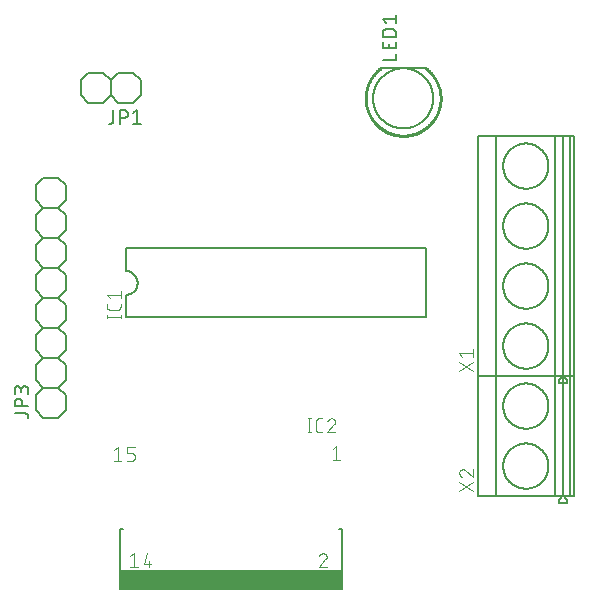
<source format=gbr>
G04 EAGLE Gerber X2 export*
%TF.Part,Single*%
%TF.FileFunction,Legend,Top,1*%
%TF.FilePolarity,Positive*%
%TF.GenerationSoftware,Autodesk,EAGLE,9.6.1*%
%TF.CreationDate,2020-04-14T06:35:51Z*%
G75*
%MOMM*%
%FSLAX34Y34*%
%LPD*%
%INSilkscreen Top*%
%AMOC8*
5,1,8,0,0,1.08239X$1,22.5*%
G01*
%ADD10C,0.152400*%
%ADD11C,0.101600*%
%ADD12R,18.950000X1.675000*%
%ADD13C,0.127000*%
%ADD14C,0.203200*%
%ADD15C,0.254000*%


D10*
X368300Y336310D02*
X114300Y336310D01*
X114300Y277890D02*
X368300Y277890D01*
X368300Y336310D01*
X114300Y336310D02*
X114300Y317260D01*
X114300Y296940D02*
X114300Y277890D01*
X114300Y296940D02*
X114547Y296943D01*
X114795Y296952D01*
X115042Y296967D01*
X115288Y296988D01*
X115534Y297015D01*
X115779Y297048D01*
X116024Y297087D01*
X116267Y297132D01*
X116509Y297183D01*
X116750Y297240D01*
X116989Y297302D01*
X117227Y297371D01*
X117463Y297445D01*
X117697Y297525D01*
X117929Y297610D01*
X118159Y297702D01*
X118387Y297798D01*
X118612Y297901D01*
X118835Y298008D01*
X119055Y298122D01*
X119272Y298240D01*
X119487Y298364D01*
X119698Y298493D01*
X119906Y298627D01*
X120111Y298766D01*
X120312Y298910D01*
X120510Y299058D01*
X120704Y299212D01*
X120894Y299370D01*
X121080Y299533D01*
X121262Y299700D01*
X121440Y299872D01*
X121614Y300048D01*
X121784Y300228D01*
X121949Y300413D01*
X122109Y300601D01*
X122265Y300793D01*
X122417Y300989D01*
X122563Y301188D01*
X122705Y301391D01*
X122841Y301598D01*
X122973Y301807D01*
X123099Y302020D01*
X123220Y302236D01*
X123336Y302454D01*
X123446Y302676D01*
X123551Y302900D01*
X123651Y303126D01*
X123745Y303355D01*
X123833Y303586D01*
X123916Y303820D01*
X123993Y304055D01*
X124064Y304292D01*
X124130Y304530D01*
X124189Y304770D01*
X124243Y305012D01*
X124291Y305255D01*
X124333Y305498D01*
X124369Y305743D01*
X124399Y305989D01*
X124423Y306235D01*
X124441Y306482D01*
X124453Y306729D01*
X124459Y306976D01*
X124459Y307224D01*
X124453Y307471D01*
X124441Y307718D01*
X124423Y307965D01*
X124399Y308211D01*
X124369Y308457D01*
X124333Y308702D01*
X124291Y308945D01*
X124243Y309188D01*
X124189Y309430D01*
X124130Y309670D01*
X124064Y309908D01*
X123993Y310145D01*
X123916Y310380D01*
X123833Y310614D01*
X123745Y310845D01*
X123651Y311074D01*
X123551Y311300D01*
X123446Y311524D01*
X123336Y311746D01*
X123220Y311964D01*
X123099Y312180D01*
X122973Y312393D01*
X122841Y312602D01*
X122705Y312809D01*
X122563Y313012D01*
X122417Y313211D01*
X122265Y313407D01*
X122109Y313599D01*
X121949Y313787D01*
X121784Y313972D01*
X121614Y314152D01*
X121440Y314328D01*
X121262Y314500D01*
X121080Y314667D01*
X120894Y314830D01*
X120704Y314988D01*
X120510Y315142D01*
X120312Y315290D01*
X120111Y315434D01*
X119906Y315573D01*
X119698Y315707D01*
X119487Y315836D01*
X119272Y315960D01*
X119055Y316078D01*
X118835Y316192D01*
X118612Y316299D01*
X118387Y316402D01*
X118159Y316498D01*
X117929Y316590D01*
X117697Y316675D01*
X117463Y316755D01*
X117227Y316829D01*
X116989Y316898D01*
X116750Y316960D01*
X116509Y317017D01*
X116267Y317068D01*
X116024Y317113D01*
X115779Y317152D01*
X115534Y317185D01*
X115288Y317212D01*
X115042Y317233D01*
X114795Y317248D01*
X114547Y317257D01*
X114300Y317260D01*
D11*
X109982Y278426D02*
X98298Y278426D01*
X109982Y277128D02*
X109982Y279724D01*
X98298Y279724D02*
X98298Y277128D01*
X109982Y286888D02*
X109982Y289484D01*
X109982Y286888D02*
X109980Y286789D01*
X109974Y286689D01*
X109965Y286590D01*
X109952Y286492D01*
X109935Y286394D01*
X109914Y286296D01*
X109889Y286200D01*
X109861Y286105D01*
X109829Y286011D01*
X109794Y285918D01*
X109755Y285826D01*
X109712Y285736D01*
X109667Y285648D01*
X109617Y285561D01*
X109565Y285477D01*
X109509Y285394D01*
X109451Y285314D01*
X109389Y285236D01*
X109324Y285161D01*
X109256Y285088D01*
X109186Y285018D01*
X109113Y284950D01*
X109038Y284885D01*
X108960Y284823D01*
X108880Y284765D01*
X108797Y284709D01*
X108713Y284657D01*
X108626Y284607D01*
X108538Y284562D01*
X108448Y284519D01*
X108356Y284480D01*
X108263Y284445D01*
X108169Y284413D01*
X108074Y284385D01*
X107978Y284360D01*
X107880Y284339D01*
X107782Y284322D01*
X107684Y284309D01*
X107585Y284300D01*
X107485Y284294D01*
X107386Y284292D01*
X107386Y284291D02*
X100894Y284291D01*
X100795Y284293D01*
X100695Y284299D01*
X100596Y284308D01*
X100498Y284321D01*
X100400Y284339D01*
X100302Y284359D01*
X100206Y284384D01*
X100110Y284412D01*
X100016Y284444D01*
X99923Y284479D01*
X99832Y284518D01*
X99742Y284561D01*
X99653Y284606D01*
X99567Y284656D01*
X99482Y284708D01*
X99400Y284764D01*
X99320Y284823D01*
X99242Y284884D01*
X99166Y284949D01*
X99093Y285017D01*
X99023Y285087D01*
X98955Y285160D01*
X98890Y285236D01*
X98829Y285314D01*
X98770Y285394D01*
X98714Y285476D01*
X98662Y285561D01*
X98613Y285647D01*
X98567Y285736D01*
X98524Y285826D01*
X98485Y285917D01*
X98450Y286010D01*
X98418Y286104D01*
X98390Y286200D01*
X98365Y286296D01*
X98345Y286394D01*
X98327Y286492D01*
X98314Y286590D01*
X98305Y286689D01*
X98299Y286788D01*
X98297Y286888D01*
X98298Y286888D02*
X98298Y289484D01*
X100894Y293850D02*
X98298Y297095D01*
X109982Y297095D01*
X109982Y293850D02*
X109982Y300341D01*
D10*
X294640Y98820D02*
X297180Y98820D01*
X111760Y98820D02*
X109220Y98820D01*
X297180Y98820D02*
X297180Y63260D01*
X109220Y63260D02*
X109220Y98820D01*
D11*
X289475Y166079D02*
X292720Y168675D01*
X292720Y156991D01*
X289475Y156991D02*
X295966Y156991D01*
X107440Y168083D02*
X104195Y165487D01*
X107440Y168083D02*
X107440Y156399D01*
X104195Y156399D02*
X110686Y156399D01*
X115625Y156399D02*
X119520Y156399D01*
X119619Y156401D01*
X119719Y156407D01*
X119818Y156416D01*
X119916Y156429D01*
X120014Y156446D01*
X120112Y156467D01*
X120208Y156492D01*
X120303Y156520D01*
X120397Y156552D01*
X120490Y156587D01*
X120582Y156626D01*
X120672Y156669D01*
X120760Y156714D01*
X120847Y156764D01*
X120931Y156816D01*
X121014Y156872D01*
X121094Y156930D01*
X121172Y156992D01*
X121247Y157057D01*
X121320Y157125D01*
X121390Y157195D01*
X121458Y157268D01*
X121523Y157343D01*
X121585Y157421D01*
X121643Y157501D01*
X121699Y157584D01*
X121751Y157668D01*
X121801Y157755D01*
X121846Y157843D01*
X121889Y157933D01*
X121928Y158025D01*
X121963Y158118D01*
X121995Y158212D01*
X122023Y158307D01*
X122048Y158403D01*
X122069Y158501D01*
X122086Y158599D01*
X122099Y158697D01*
X122108Y158796D01*
X122114Y158896D01*
X122116Y158995D01*
X122116Y160294D01*
X122114Y160393D01*
X122108Y160493D01*
X122099Y160592D01*
X122086Y160690D01*
X122069Y160788D01*
X122048Y160886D01*
X122023Y160982D01*
X121995Y161077D01*
X121963Y161171D01*
X121928Y161264D01*
X121889Y161356D01*
X121846Y161446D01*
X121801Y161534D01*
X121751Y161621D01*
X121699Y161705D01*
X121643Y161788D01*
X121585Y161868D01*
X121523Y161946D01*
X121458Y162021D01*
X121390Y162094D01*
X121320Y162164D01*
X121247Y162232D01*
X121172Y162297D01*
X121094Y162359D01*
X121014Y162417D01*
X120931Y162473D01*
X120847Y162525D01*
X120760Y162575D01*
X120672Y162620D01*
X120582Y162663D01*
X120490Y162702D01*
X120397Y162737D01*
X120303Y162769D01*
X120208Y162797D01*
X120112Y162822D01*
X120014Y162843D01*
X119916Y162860D01*
X119818Y162873D01*
X119719Y162882D01*
X119619Y162888D01*
X119520Y162890D01*
X115625Y162890D01*
X115625Y168083D01*
X122116Y168083D01*
X281536Y77992D02*
X281643Y77990D01*
X281749Y77984D01*
X281855Y77974D01*
X281961Y77961D01*
X282067Y77943D01*
X282171Y77922D01*
X282275Y77897D01*
X282378Y77868D01*
X282479Y77836D01*
X282579Y77799D01*
X282678Y77759D01*
X282776Y77716D01*
X282872Y77669D01*
X282966Y77618D01*
X283058Y77564D01*
X283148Y77507D01*
X283236Y77447D01*
X283321Y77383D01*
X283404Y77316D01*
X283485Y77246D01*
X283563Y77174D01*
X283639Y77098D01*
X283711Y77020D01*
X283781Y76939D01*
X283848Y76856D01*
X283912Y76771D01*
X283972Y76683D01*
X284029Y76593D01*
X284083Y76501D01*
X284134Y76407D01*
X284181Y76311D01*
X284224Y76213D01*
X284264Y76114D01*
X284301Y76014D01*
X284333Y75913D01*
X284362Y75810D01*
X284387Y75706D01*
X284408Y75602D01*
X284426Y75496D01*
X284439Y75390D01*
X284449Y75284D01*
X284455Y75178D01*
X284457Y75071D01*
X281536Y77992D02*
X281415Y77990D01*
X281294Y77984D01*
X281174Y77974D01*
X281053Y77961D01*
X280934Y77943D01*
X280814Y77922D01*
X280696Y77897D01*
X280579Y77868D01*
X280462Y77835D01*
X280347Y77799D01*
X280233Y77758D01*
X280120Y77715D01*
X280008Y77667D01*
X279899Y77616D01*
X279791Y77561D01*
X279684Y77503D01*
X279580Y77442D01*
X279478Y77377D01*
X279378Y77309D01*
X279280Y77238D01*
X279184Y77164D01*
X279091Y77087D01*
X279001Y77006D01*
X278913Y76923D01*
X278828Y76837D01*
X278745Y76748D01*
X278666Y76657D01*
X278589Y76563D01*
X278516Y76467D01*
X278446Y76369D01*
X278379Y76268D01*
X278315Y76165D01*
X278255Y76060D01*
X278198Y75953D01*
X278144Y75845D01*
X278094Y75735D01*
X278048Y75623D01*
X278005Y75510D01*
X277966Y75395D01*
X283484Y72799D02*
X283563Y72876D01*
X283639Y72957D01*
X283712Y73040D01*
X283782Y73125D01*
X283849Y73213D01*
X283913Y73303D01*
X283973Y73395D01*
X284030Y73490D01*
X284084Y73586D01*
X284135Y73684D01*
X284182Y73784D01*
X284226Y73886D01*
X284266Y73989D01*
X284302Y74093D01*
X284334Y74199D01*
X284363Y74305D01*
X284388Y74413D01*
X284410Y74521D01*
X284427Y74631D01*
X284441Y74740D01*
X284450Y74850D01*
X284456Y74961D01*
X284458Y75071D01*
X283483Y72799D02*
X277966Y66308D01*
X284457Y66308D01*
X121331Y77992D02*
X118086Y75396D01*
X121331Y77992D02*
X121331Y66308D01*
X118086Y66308D02*
X124577Y66308D01*
X129516Y68904D02*
X132112Y77992D01*
X129516Y68904D02*
X136007Y68904D01*
X134060Y71501D02*
X134060Y66308D01*
D12*
X203200Y55675D03*
D11*
X269677Y180608D02*
X269677Y192292D01*
X268379Y180608D02*
X270976Y180608D01*
X270976Y192292D02*
X268379Y192292D01*
X278139Y180608D02*
X280736Y180608D01*
X278139Y180608D02*
X278040Y180610D01*
X277940Y180616D01*
X277841Y180625D01*
X277743Y180638D01*
X277645Y180655D01*
X277547Y180676D01*
X277451Y180701D01*
X277356Y180729D01*
X277262Y180761D01*
X277169Y180796D01*
X277077Y180835D01*
X276987Y180878D01*
X276899Y180923D01*
X276812Y180973D01*
X276728Y181025D01*
X276645Y181081D01*
X276565Y181139D01*
X276487Y181201D01*
X276412Y181266D01*
X276339Y181334D01*
X276269Y181404D01*
X276201Y181477D01*
X276136Y181552D01*
X276074Y181630D01*
X276016Y181710D01*
X275960Y181793D01*
X275908Y181877D01*
X275858Y181964D01*
X275813Y182052D01*
X275770Y182142D01*
X275731Y182234D01*
X275696Y182327D01*
X275664Y182421D01*
X275636Y182516D01*
X275611Y182612D01*
X275590Y182710D01*
X275573Y182808D01*
X275560Y182906D01*
X275551Y183005D01*
X275545Y183105D01*
X275543Y183204D01*
X275543Y189696D01*
X275545Y189795D01*
X275551Y189895D01*
X275560Y189994D01*
X275573Y190092D01*
X275590Y190190D01*
X275611Y190288D01*
X275636Y190384D01*
X275664Y190479D01*
X275696Y190573D01*
X275731Y190666D01*
X275770Y190758D01*
X275813Y190848D01*
X275858Y190936D01*
X275908Y191023D01*
X275960Y191107D01*
X276016Y191190D01*
X276074Y191270D01*
X276136Y191348D01*
X276201Y191423D01*
X276269Y191496D01*
X276339Y191566D01*
X276412Y191634D01*
X276487Y191699D01*
X276565Y191761D01*
X276645Y191819D01*
X276728Y191875D01*
X276812Y191927D01*
X276899Y191977D01*
X276987Y192022D01*
X277077Y192065D01*
X277169Y192104D01*
X277261Y192139D01*
X277356Y192171D01*
X277451Y192199D01*
X277547Y192224D01*
X277645Y192245D01*
X277743Y192262D01*
X277841Y192275D01*
X277940Y192284D01*
X278040Y192290D01*
X278139Y192292D01*
X280736Y192292D01*
X288671Y192292D02*
X288778Y192290D01*
X288884Y192284D01*
X288990Y192274D01*
X289096Y192261D01*
X289202Y192243D01*
X289306Y192222D01*
X289410Y192197D01*
X289513Y192168D01*
X289614Y192136D01*
X289714Y192099D01*
X289813Y192059D01*
X289911Y192016D01*
X290007Y191969D01*
X290101Y191918D01*
X290193Y191864D01*
X290283Y191807D01*
X290371Y191747D01*
X290456Y191683D01*
X290539Y191616D01*
X290620Y191546D01*
X290698Y191474D01*
X290774Y191398D01*
X290846Y191320D01*
X290916Y191239D01*
X290983Y191156D01*
X291047Y191071D01*
X291107Y190983D01*
X291164Y190893D01*
X291218Y190801D01*
X291269Y190707D01*
X291316Y190611D01*
X291359Y190513D01*
X291399Y190414D01*
X291436Y190314D01*
X291468Y190213D01*
X291497Y190110D01*
X291522Y190006D01*
X291543Y189902D01*
X291561Y189796D01*
X291574Y189690D01*
X291584Y189584D01*
X291590Y189478D01*
X291592Y189371D01*
X288671Y192292D02*
X288550Y192290D01*
X288429Y192284D01*
X288309Y192274D01*
X288188Y192261D01*
X288069Y192243D01*
X287949Y192222D01*
X287831Y192197D01*
X287714Y192168D01*
X287597Y192135D01*
X287482Y192099D01*
X287368Y192058D01*
X287255Y192015D01*
X287143Y191967D01*
X287034Y191916D01*
X286926Y191861D01*
X286819Y191803D01*
X286715Y191742D01*
X286613Y191677D01*
X286513Y191609D01*
X286415Y191538D01*
X286319Y191464D01*
X286226Y191387D01*
X286136Y191306D01*
X286048Y191223D01*
X285963Y191137D01*
X285880Y191048D01*
X285801Y190957D01*
X285724Y190863D01*
X285651Y190767D01*
X285581Y190669D01*
X285514Y190568D01*
X285450Y190465D01*
X285390Y190360D01*
X285333Y190253D01*
X285279Y190145D01*
X285229Y190035D01*
X285183Y189923D01*
X285140Y189810D01*
X285101Y189695D01*
X290619Y187099D02*
X290698Y187176D01*
X290774Y187257D01*
X290847Y187340D01*
X290917Y187425D01*
X290984Y187513D01*
X291048Y187603D01*
X291108Y187695D01*
X291165Y187790D01*
X291219Y187886D01*
X291270Y187984D01*
X291317Y188084D01*
X291361Y188186D01*
X291401Y188289D01*
X291437Y188393D01*
X291469Y188499D01*
X291498Y188605D01*
X291523Y188713D01*
X291545Y188821D01*
X291562Y188931D01*
X291576Y189040D01*
X291585Y189150D01*
X291591Y189261D01*
X291593Y189371D01*
X290618Y187099D02*
X285101Y180608D01*
X291592Y180608D01*
D10*
X120650Y459500D02*
X107950Y459500D01*
X101600Y465850D01*
X101600Y478550D01*
X107950Y484900D01*
X127000Y478550D02*
X127000Y465850D01*
X120650Y459500D01*
X127000Y478550D02*
X120650Y484900D01*
X107950Y484900D01*
X101600Y465850D02*
X95250Y459500D01*
X82550Y459500D01*
X76200Y465850D01*
X76200Y478550D01*
X82550Y484900D01*
X95250Y484900D01*
X101600Y478550D01*
D13*
X103938Y453277D02*
X103938Y444387D01*
X103936Y444287D01*
X103930Y444188D01*
X103920Y444088D01*
X103907Y443990D01*
X103889Y443891D01*
X103868Y443794D01*
X103843Y443698D01*
X103814Y443602D01*
X103781Y443508D01*
X103745Y443415D01*
X103705Y443324D01*
X103661Y443234D01*
X103614Y443146D01*
X103564Y443060D01*
X103510Y442976D01*
X103453Y442894D01*
X103393Y442815D01*
X103329Y442737D01*
X103263Y442663D01*
X103194Y442591D01*
X103122Y442522D01*
X103048Y442456D01*
X102970Y442392D01*
X102891Y442332D01*
X102809Y442275D01*
X102725Y442221D01*
X102639Y442171D01*
X102551Y442124D01*
X102461Y442080D01*
X102370Y442040D01*
X102277Y442004D01*
X102183Y441971D01*
X102087Y441942D01*
X101991Y441917D01*
X101894Y441896D01*
X101795Y441878D01*
X101697Y441865D01*
X101597Y441855D01*
X101498Y441849D01*
X101398Y441847D01*
X100128Y441847D01*
X109919Y441847D02*
X109919Y453277D01*
X113094Y453277D01*
X113205Y453275D01*
X113315Y453269D01*
X113426Y453260D01*
X113536Y453246D01*
X113645Y453229D01*
X113754Y453208D01*
X113862Y453183D01*
X113969Y453154D01*
X114075Y453122D01*
X114180Y453086D01*
X114283Y453046D01*
X114385Y453003D01*
X114486Y452956D01*
X114585Y452905D01*
X114682Y452852D01*
X114776Y452795D01*
X114869Y452734D01*
X114960Y452671D01*
X115049Y452604D01*
X115135Y452534D01*
X115218Y452461D01*
X115300Y452386D01*
X115378Y452308D01*
X115453Y452226D01*
X115526Y452143D01*
X115596Y452057D01*
X115663Y451968D01*
X115726Y451877D01*
X115787Y451784D01*
X115844Y451689D01*
X115897Y451593D01*
X115948Y451494D01*
X115995Y451393D01*
X116038Y451291D01*
X116078Y451188D01*
X116114Y451083D01*
X116146Y450977D01*
X116175Y450870D01*
X116200Y450762D01*
X116221Y450653D01*
X116238Y450544D01*
X116252Y450434D01*
X116261Y450323D01*
X116267Y450213D01*
X116269Y450102D01*
X116267Y449991D01*
X116261Y449881D01*
X116252Y449770D01*
X116238Y449660D01*
X116221Y449551D01*
X116200Y449442D01*
X116175Y449334D01*
X116146Y449227D01*
X116114Y449121D01*
X116078Y449016D01*
X116038Y448913D01*
X115995Y448811D01*
X115948Y448710D01*
X115897Y448611D01*
X115844Y448514D01*
X115787Y448420D01*
X115726Y448327D01*
X115663Y448236D01*
X115596Y448147D01*
X115526Y448061D01*
X115453Y447978D01*
X115378Y447896D01*
X115300Y447818D01*
X115218Y447743D01*
X115135Y447670D01*
X115049Y447600D01*
X114960Y447533D01*
X114869Y447470D01*
X114776Y447409D01*
X114681Y447352D01*
X114585Y447299D01*
X114486Y447248D01*
X114385Y447201D01*
X114283Y447158D01*
X114180Y447118D01*
X114075Y447082D01*
X113969Y447050D01*
X113862Y447021D01*
X113754Y446996D01*
X113645Y446975D01*
X113536Y446958D01*
X113426Y446944D01*
X113315Y446935D01*
X113205Y446929D01*
X113094Y446927D01*
X109919Y446927D01*
X120777Y450737D02*
X123952Y453277D01*
X123952Y441847D01*
X120777Y441847D02*
X127127Y441847D01*
D10*
X38100Y364250D02*
X38100Y351550D01*
X38100Y364250D02*
X44450Y370600D01*
X57150Y370600D01*
X63500Y364250D01*
X38100Y326150D02*
X44450Y319800D01*
X38100Y326150D02*
X38100Y338850D01*
X44450Y345200D01*
X57150Y345200D01*
X63500Y338850D01*
X63500Y326150D01*
X57150Y319800D01*
X44450Y345200D02*
X38100Y351550D01*
X57150Y345200D02*
X63500Y351550D01*
X63500Y364250D01*
X38100Y288050D02*
X38100Y275350D01*
X38100Y288050D02*
X44450Y294400D01*
X57150Y294400D01*
X63500Y288050D01*
X44450Y294400D02*
X38100Y300750D01*
X38100Y313450D01*
X44450Y319800D01*
X57150Y319800D01*
X63500Y313450D01*
X63500Y300750D01*
X57150Y294400D01*
X38100Y249950D02*
X44450Y243600D01*
X38100Y249950D02*
X38100Y262650D01*
X44450Y269000D01*
X57150Y269000D01*
X63500Y262650D01*
X63500Y249950D01*
X57150Y243600D01*
X44450Y269000D02*
X38100Y275350D01*
X57150Y269000D02*
X63500Y275350D01*
X63500Y288050D01*
X38100Y211850D02*
X38100Y199150D01*
X38100Y211850D02*
X44450Y218200D01*
X57150Y218200D01*
X63500Y211850D01*
X44450Y218200D02*
X38100Y224550D01*
X38100Y237250D01*
X44450Y243600D01*
X57150Y243600D01*
X63500Y237250D01*
X63500Y224550D01*
X57150Y218200D01*
X57150Y192800D02*
X44450Y192800D01*
X38100Y199150D01*
X57150Y192800D02*
X63500Y199150D01*
X63500Y211850D01*
X38100Y376950D02*
X38100Y389650D01*
X44450Y396000D01*
X57150Y396000D01*
X63500Y389650D01*
X44450Y370600D02*
X38100Y376950D01*
X57150Y370600D02*
X63500Y376950D01*
X63500Y389650D01*
D13*
X29337Y196483D02*
X20447Y196483D01*
X29337Y196483D02*
X29437Y196481D01*
X29536Y196475D01*
X29636Y196465D01*
X29734Y196452D01*
X29833Y196434D01*
X29930Y196413D01*
X30026Y196388D01*
X30122Y196359D01*
X30216Y196326D01*
X30309Y196290D01*
X30400Y196250D01*
X30490Y196206D01*
X30578Y196159D01*
X30664Y196109D01*
X30748Y196055D01*
X30830Y195998D01*
X30909Y195938D01*
X30987Y195874D01*
X31061Y195808D01*
X31133Y195739D01*
X31202Y195667D01*
X31268Y195593D01*
X31332Y195515D01*
X31392Y195436D01*
X31449Y195354D01*
X31503Y195270D01*
X31553Y195184D01*
X31600Y195096D01*
X31644Y195006D01*
X31684Y194915D01*
X31720Y194822D01*
X31753Y194728D01*
X31782Y194632D01*
X31807Y194536D01*
X31828Y194439D01*
X31846Y194340D01*
X31859Y194242D01*
X31869Y194142D01*
X31875Y194043D01*
X31877Y193943D01*
X31877Y192673D01*
X31877Y202463D02*
X20447Y202463D01*
X20447Y205638D01*
X20449Y205749D01*
X20455Y205859D01*
X20464Y205970D01*
X20478Y206080D01*
X20495Y206189D01*
X20516Y206298D01*
X20541Y206406D01*
X20570Y206513D01*
X20602Y206619D01*
X20638Y206724D01*
X20678Y206827D01*
X20721Y206929D01*
X20768Y207030D01*
X20819Y207129D01*
X20872Y207226D01*
X20929Y207320D01*
X20990Y207413D01*
X21053Y207504D01*
X21120Y207593D01*
X21190Y207679D01*
X21263Y207762D01*
X21338Y207844D01*
X21416Y207922D01*
X21498Y207997D01*
X21581Y208070D01*
X21667Y208140D01*
X21756Y208207D01*
X21847Y208270D01*
X21940Y208331D01*
X22034Y208388D01*
X22131Y208441D01*
X22230Y208492D01*
X22331Y208539D01*
X22433Y208582D01*
X22536Y208622D01*
X22641Y208658D01*
X22747Y208690D01*
X22854Y208719D01*
X22962Y208744D01*
X23071Y208765D01*
X23180Y208782D01*
X23290Y208796D01*
X23401Y208805D01*
X23511Y208811D01*
X23622Y208813D01*
X23733Y208811D01*
X23843Y208805D01*
X23954Y208796D01*
X24064Y208782D01*
X24173Y208765D01*
X24282Y208744D01*
X24390Y208719D01*
X24497Y208690D01*
X24603Y208658D01*
X24708Y208622D01*
X24811Y208582D01*
X24913Y208539D01*
X25014Y208492D01*
X25113Y208441D01*
X25210Y208388D01*
X25304Y208331D01*
X25397Y208270D01*
X25488Y208207D01*
X25577Y208140D01*
X25663Y208070D01*
X25746Y207997D01*
X25828Y207922D01*
X25906Y207844D01*
X25981Y207762D01*
X26054Y207679D01*
X26124Y207593D01*
X26191Y207504D01*
X26254Y207413D01*
X26315Y207320D01*
X26372Y207226D01*
X26425Y207129D01*
X26476Y207030D01*
X26523Y206929D01*
X26566Y206827D01*
X26606Y206724D01*
X26642Y206619D01*
X26674Y206513D01*
X26703Y206406D01*
X26728Y206298D01*
X26749Y206189D01*
X26766Y206080D01*
X26780Y205970D01*
X26789Y205859D01*
X26795Y205749D01*
X26797Y205638D01*
X26797Y202463D01*
X31877Y213322D02*
X31877Y216497D01*
X31875Y216608D01*
X31869Y216718D01*
X31860Y216829D01*
X31846Y216939D01*
X31829Y217048D01*
X31808Y217157D01*
X31783Y217265D01*
X31754Y217372D01*
X31722Y217478D01*
X31686Y217583D01*
X31646Y217686D01*
X31603Y217788D01*
X31556Y217889D01*
X31505Y217988D01*
X31452Y218085D01*
X31395Y218179D01*
X31334Y218272D01*
X31271Y218363D01*
X31204Y218452D01*
X31134Y218538D01*
X31061Y218621D01*
X30986Y218703D01*
X30908Y218781D01*
X30826Y218856D01*
X30743Y218929D01*
X30657Y218999D01*
X30568Y219066D01*
X30477Y219129D01*
X30384Y219190D01*
X30290Y219247D01*
X30193Y219300D01*
X30094Y219351D01*
X29993Y219398D01*
X29891Y219441D01*
X29788Y219481D01*
X29683Y219517D01*
X29577Y219549D01*
X29470Y219578D01*
X29362Y219603D01*
X29253Y219624D01*
X29144Y219641D01*
X29034Y219655D01*
X28923Y219664D01*
X28813Y219670D01*
X28702Y219672D01*
X28591Y219670D01*
X28481Y219664D01*
X28370Y219655D01*
X28260Y219641D01*
X28151Y219624D01*
X28042Y219603D01*
X27934Y219578D01*
X27827Y219549D01*
X27721Y219517D01*
X27616Y219481D01*
X27513Y219441D01*
X27411Y219398D01*
X27310Y219351D01*
X27211Y219300D01*
X27114Y219247D01*
X27020Y219190D01*
X26927Y219129D01*
X26836Y219066D01*
X26747Y218999D01*
X26661Y218929D01*
X26578Y218856D01*
X26496Y218781D01*
X26418Y218703D01*
X26343Y218621D01*
X26270Y218538D01*
X26200Y218452D01*
X26133Y218363D01*
X26070Y218272D01*
X26009Y218179D01*
X25952Y218085D01*
X25899Y217988D01*
X25848Y217889D01*
X25801Y217788D01*
X25758Y217686D01*
X25718Y217583D01*
X25682Y217478D01*
X25650Y217372D01*
X25621Y217265D01*
X25596Y217157D01*
X25575Y217048D01*
X25558Y216939D01*
X25544Y216829D01*
X25535Y216718D01*
X25529Y216608D01*
X25527Y216497D01*
X20447Y217132D02*
X20447Y213322D01*
X20447Y217132D02*
X20449Y217232D01*
X20455Y217331D01*
X20465Y217431D01*
X20478Y217529D01*
X20496Y217628D01*
X20517Y217725D01*
X20542Y217821D01*
X20571Y217917D01*
X20604Y218011D01*
X20640Y218104D01*
X20680Y218195D01*
X20724Y218285D01*
X20771Y218373D01*
X20821Y218459D01*
X20875Y218543D01*
X20932Y218625D01*
X20992Y218704D01*
X21056Y218782D01*
X21122Y218856D01*
X21191Y218928D01*
X21263Y218997D01*
X21337Y219063D01*
X21415Y219127D01*
X21494Y219187D01*
X21576Y219244D01*
X21660Y219298D01*
X21746Y219348D01*
X21834Y219395D01*
X21924Y219439D01*
X22015Y219479D01*
X22108Y219515D01*
X22202Y219548D01*
X22298Y219577D01*
X22394Y219602D01*
X22491Y219623D01*
X22590Y219641D01*
X22688Y219654D01*
X22788Y219664D01*
X22887Y219670D01*
X22987Y219672D01*
X23087Y219670D01*
X23186Y219664D01*
X23286Y219654D01*
X23384Y219641D01*
X23483Y219623D01*
X23580Y219602D01*
X23676Y219577D01*
X23772Y219548D01*
X23866Y219515D01*
X23959Y219479D01*
X24050Y219439D01*
X24140Y219395D01*
X24228Y219348D01*
X24314Y219298D01*
X24398Y219244D01*
X24480Y219187D01*
X24559Y219127D01*
X24637Y219063D01*
X24711Y218997D01*
X24783Y218928D01*
X24852Y218856D01*
X24918Y218782D01*
X24982Y218704D01*
X25042Y218625D01*
X25099Y218543D01*
X25153Y218459D01*
X25203Y218373D01*
X25250Y218285D01*
X25294Y218195D01*
X25334Y218104D01*
X25370Y218011D01*
X25403Y217917D01*
X25432Y217821D01*
X25457Y217725D01*
X25478Y217628D01*
X25496Y217529D01*
X25509Y217431D01*
X25519Y217331D01*
X25525Y217232D01*
X25527Y217132D01*
X25527Y214592D01*
D14*
X330200Y488710D02*
X368300Y488710D01*
D15*
X368916Y488236D01*
X369521Y487747D01*
X370113Y487243D01*
X370693Y486725D01*
X371260Y486193D01*
X371814Y485647D01*
X372354Y485088D01*
X372880Y484515D01*
X373393Y483930D01*
X373890Y483333D01*
X374373Y482724D01*
X374841Y482103D01*
X375294Y481470D01*
X375731Y480827D01*
X376152Y480173D01*
X376556Y479509D01*
X376945Y478836D01*
X377317Y478153D01*
X377672Y477461D01*
X378010Y476761D01*
X378331Y476053D01*
X378634Y475337D01*
X378920Y474613D01*
X379188Y473884D01*
X379438Y473147D01*
X379669Y472405D01*
X379883Y471657D01*
X380078Y470905D01*
X380255Y470147D01*
X380413Y469386D01*
X380553Y468621D01*
X380673Y467853D01*
X380775Y467082D01*
X380858Y466309D01*
X380922Y465534D01*
X380967Y464758D01*
X380993Y463981D01*
X381000Y463203D01*
X380988Y462426D01*
X380957Y461649D01*
X380906Y460873D01*
X380837Y460098D01*
X380749Y459326D01*
X380642Y458556D01*
X380516Y457788D01*
X380372Y457024D01*
X380208Y456264D01*
X380026Y455508D01*
X379826Y454757D01*
X379608Y454010D01*
X379371Y453270D01*
X379116Y452535D01*
X378843Y451807D01*
X378552Y451086D01*
X378244Y450372D01*
X377919Y449666D01*
X377576Y448968D01*
X377216Y448278D01*
X376840Y447598D01*
X376447Y446927D01*
X376037Y446266D01*
X375612Y445615D01*
X375171Y444975D01*
X374714Y444346D01*
X374242Y443728D01*
X373755Y443122D01*
X373253Y442528D01*
X372737Y441946D01*
X372207Y441377D01*
X371663Y440822D01*
X371105Y440279D01*
X370535Y439751D01*
X369952Y439237D01*
X369356Y438737D01*
X368748Y438252D01*
X368129Y437782D01*
X367498Y437328D01*
X366856Y436889D01*
X366204Y436465D01*
X365541Y436058D01*
X364869Y435667D01*
X364187Y435293D01*
X363497Y434936D01*
X362798Y434596D01*
X362090Y434272D01*
X361376Y433967D01*
X360653Y433678D01*
X359924Y433408D01*
X359189Y433156D01*
X358447Y432921D01*
X357700Y432705D01*
X356948Y432507D01*
X356192Y432328D01*
X355431Y432167D01*
X354667Y432025D01*
X353899Y431902D01*
X353128Y431798D01*
X352355Y431712D01*
X351581Y431646D01*
X350805Y431598D01*
X350028Y431570D01*
X349250Y431560D01*
X348472Y431570D01*
X347695Y431598D01*
X346919Y431646D01*
X346145Y431712D01*
X345372Y431798D01*
X344601Y431902D01*
X343833Y432025D01*
X343069Y432167D01*
X342308Y432328D01*
X341552Y432507D01*
X340800Y432705D01*
X340053Y432921D01*
X339311Y433156D01*
X338576Y433408D01*
X337847Y433678D01*
X337124Y433967D01*
X336410Y434272D01*
X335702Y434596D01*
X335003Y434936D01*
X334313Y435293D01*
X333631Y435667D01*
X332959Y436058D01*
X332296Y436465D01*
X331644Y436889D01*
X331002Y437328D01*
X330371Y437782D01*
X329752Y438252D01*
X329144Y438737D01*
X328548Y439237D01*
X327965Y439751D01*
X327395Y440279D01*
X326837Y440822D01*
X326293Y441377D01*
X325763Y441946D01*
X325247Y442528D01*
X324745Y443122D01*
X324258Y443728D01*
X323786Y444346D01*
X323329Y444975D01*
X322888Y445615D01*
X322463Y446266D01*
X322053Y446927D01*
X321660Y447598D01*
X321284Y448278D01*
X320924Y448968D01*
X320581Y449666D01*
X320256Y450372D01*
X319948Y451086D01*
X319657Y451807D01*
X319384Y452535D01*
X319129Y453270D01*
X318892Y454010D01*
X318674Y454757D01*
X318474Y455508D01*
X318292Y456264D01*
X318128Y457024D01*
X317984Y457788D01*
X317858Y458556D01*
X317751Y459326D01*
X317663Y460098D01*
X317594Y460873D01*
X317543Y461649D01*
X317512Y462426D01*
X317500Y463203D01*
X317507Y463981D01*
X317533Y464758D01*
X317578Y465534D01*
X317642Y466309D01*
X317725Y467082D01*
X317827Y467853D01*
X317947Y468621D01*
X318087Y469386D01*
X318245Y470147D01*
X318422Y470905D01*
X318617Y471657D01*
X318831Y472405D01*
X319062Y473147D01*
X319312Y473884D01*
X319580Y474613D01*
X319866Y475337D01*
X320169Y476053D01*
X320490Y476761D01*
X320828Y477461D01*
X321183Y478153D01*
X321555Y478836D01*
X321944Y479509D01*
X322348Y480173D01*
X322769Y480827D01*
X323206Y481470D01*
X323659Y482103D01*
X324127Y482724D01*
X324610Y483333D01*
X325107Y483930D01*
X325620Y484515D01*
X326146Y485088D01*
X326686Y485647D01*
X327240Y486193D01*
X327807Y486725D01*
X328387Y487243D01*
X328979Y487747D01*
X329584Y488236D01*
X330200Y488710D01*
D10*
X323850Y463310D02*
X323858Y463933D01*
X323881Y464556D01*
X323919Y465179D01*
X323972Y465800D01*
X324041Y466419D01*
X324125Y467037D01*
X324224Y467652D01*
X324338Y468265D01*
X324467Y468875D01*
X324611Y469482D01*
X324770Y470085D01*
X324944Y470683D01*
X325132Y471278D01*
X325335Y471867D01*
X325552Y472451D01*
X325783Y473030D01*
X326029Y473603D01*
X326289Y474170D01*
X326562Y474730D01*
X326849Y475283D01*
X327150Y475830D01*
X327464Y476368D01*
X327791Y476899D01*
X328131Y477421D01*
X328483Y477936D01*
X328849Y478441D01*
X329226Y478937D01*
X329616Y479424D01*
X330017Y479901D01*
X330430Y480368D01*
X330854Y480824D01*
X331289Y481271D01*
X331736Y481706D01*
X332192Y482130D01*
X332659Y482543D01*
X333136Y482944D01*
X333623Y483334D01*
X334119Y483711D01*
X334624Y484077D01*
X335139Y484429D01*
X335661Y484769D01*
X336192Y485096D01*
X336730Y485410D01*
X337277Y485711D01*
X337830Y485998D01*
X338390Y486271D01*
X338957Y486531D01*
X339530Y486777D01*
X340109Y487008D01*
X340693Y487225D01*
X341282Y487428D01*
X341877Y487616D01*
X342475Y487790D01*
X343078Y487949D01*
X343685Y488093D01*
X344295Y488222D01*
X344908Y488336D01*
X345523Y488435D01*
X346141Y488519D01*
X346760Y488588D01*
X347381Y488641D01*
X348004Y488679D01*
X348627Y488702D01*
X349250Y488710D01*
X349873Y488702D01*
X350496Y488679D01*
X351119Y488641D01*
X351740Y488588D01*
X352359Y488519D01*
X352977Y488435D01*
X353592Y488336D01*
X354205Y488222D01*
X354815Y488093D01*
X355422Y487949D01*
X356025Y487790D01*
X356623Y487616D01*
X357218Y487428D01*
X357807Y487225D01*
X358391Y487008D01*
X358970Y486777D01*
X359543Y486531D01*
X360110Y486271D01*
X360670Y485998D01*
X361223Y485711D01*
X361770Y485410D01*
X362308Y485096D01*
X362839Y484769D01*
X363361Y484429D01*
X363876Y484077D01*
X364381Y483711D01*
X364877Y483334D01*
X365364Y482944D01*
X365841Y482543D01*
X366308Y482130D01*
X366764Y481706D01*
X367211Y481271D01*
X367646Y480824D01*
X368070Y480368D01*
X368483Y479901D01*
X368884Y479424D01*
X369274Y478937D01*
X369651Y478441D01*
X370017Y477936D01*
X370369Y477421D01*
X370709Y476899D01*
X371036Y476368D01*
X371350Y475830D01*
X371651Y475283D01*
X371938Y474730D01*
X372211Y474170D01*
X372471Y473603D01*
X372717Y473030D01*
X372948Y472451D01*
X373165Y471867D01*
X373368Y471278D01*
X373556Y470683D01*
X373730Y470085D01*
X373889Y469482D01*
X374033Y468875D01*
X374162Y468265D01*
X374276Y467652D01*
X374375Y467037D01*
X374459Y466419D01*
X374528Y465800D01*
X374581Y465179D01*
X374619Y464556D01*
X374642Y463933D01*
X374650Y463310D01*
X374642Y462687D01*
X374619Y462064D01*
X374581Y461441D01*
X374528Y460820D01*
X374459Y460201D01*
X374375Y459583D01*
X374276Y458968D01*
X374162Y458355D01*
X374033Y457745D01*
X373889Y457138D01*
X373730Y456535D01*
X373556Y455937D01*
X373368Y455342D01*
X373165Y454753D01*
X372948Y454169D01*
X372717Y453590D01*
X372471Y453017D01*
X372211Y452450D01*
X371938Y451890D01*
X371651Y451337D01*
X371350Y450790D01*
X371036Y450252D01*
X370709Y449721D01*
X370369Y449199D01*
X370017Y448684D01*
X369651Y448179D01*
X369274Y447683D01*
X368884Y447196D01*
X368483Y446719D01*
X368070Y446252D01*
X367646Y445796D01*
X367211Y445349D01*
X366764Y444914D01*
X366308Y444490D01*
X365841Y444077D01*
X365364Y443676D01*
X364877Y443286D01*
X364381Y442909D01*
X363876Y442543D01*
X363361Y442191D01*
X362839Y441851D01*
X362308Y441524D01*
X361770Y441210D01*
X361223Y440909D01*
X360670Y440622D01*
X360110Y440349D01*
X359543Y440089D01*
X358970Y439843D01*
X358391Y439612D01*
X357807Y439395D01*
X357218Y439192D01*
X356623Y439004D01*
X356025Y438830D01*
X355422Y438671D01*
X354815Y438527D01*
X354205Y438398D01*
X353592Y438284D01*
X352977Y438185D01*
X352359Y438101D01*
X351740Y438032D01*
X351119Y437979D01*
X350496Y437941D01*
X349873Y437918D01*
X349250Y437910D01*
X348627Y437918D01*
X348004Y437941D01*
X347381Y437979D01*
X346760Y438032D01*
X346141Y438101D01*
X345523Y438185D01*
X344908Y438284D01*
X344295Y438398D01*
X343685Y438527D01*
X343078Y438671D01*
X342475Y438830D01*
X341877Y439004D01*
X341282Y439192D01*
X340693Y439395D01*
X340109Y439612D01*
X339530Y439843D01*
X338957Y440089D01*
X338390Y440349D01*
X337830Y440622D01*
X337277Y440909D01*
X336730Y441210D01*
X336192Y441524D01*
X335661Y441851D01*
X335139Y442191D01*
X334624Y442543D01*
X334119Y442909D01*
X333623Y443286D01*
X333136Y443676D01*
X332659Y444077D01*
X332192Y444490D01*
X331736Y444914D01*
X331289Y445349D01*
X330854Y445796D01*
X330430Y446252D01*
X330017Y446719D01*
X329616Y447196D01*
X329226Y447683D01*
X328849Y448179D01*
X328483Y448684D01*
X328131Y449199D01*
X327791Y449721D01*
X327464Y450252D01*
X327150Y450790D01*
X326849Y451337D01*
X326562Y451890D01*
X326289Y452450D01*
X326029Y453017D01*
X325783Y453590D01*
X325552Y454169D01*
X325335Y454753D01*
X325132Y455342D01*
X324944Y455937D01*
X324770Y456535D01*
X324611Y457138D01*
X324467Y457745D01*
X324338Y458355D01*
X324224Y458968D01*
X324125Y459583D01*
X324041Y460201D01*
X323972Y460820D01*
X323919Y461441D01*
X323881Y462064D01*
X323858Y462687D01*
X323850Y463310D01*
D13*
X331851Y495695D02*
X343281Y495695D01*
X343281Y500775D01*
X343281Y505601D02*
X343281Y510681D01*
X343281Y505601D02*
X331851Y505601D01*
X331851Y510681D01*
X336931Y509411D02*
X336931Y505601D01*
X331851Y515482D02*
X343281Y515482D01*
X331851Y515482D02*
X331851Y518657D01*
X331853Y518768D01*
X331859Y518878D01*
X331868Y518989D01*
X331882Y519099D01*
X331899Y519208D01*
X331920Y519317D01*
X331945Y519425D01*
X331974Y519532D01*
X332006Y519638D01*
X332042Y519743D01*
X332082Y519846D01*
X332125Y519948D01*
X332172Y520049D01*
X332223Y520148D01*
X332276Y520245D01*
X332333Y520339D01*
X332394Y520432D01*
X332457Y520523D01*
X332524Y520612D01*
X332594Y520698D01*
X332667Y520781D01*
X332742Y520863D01*
X332820Y520941D01*
X332902Y521016D01*
X332985Y521089D01*
X333071Y521159D01*
X333160Y521226D01*
X333251Y521289D01*
X333344Y521350D01*
X333439Y521407D01*
X333535Y521460D01*
X333634Y521511D01*
X333735Y521558D01*
X333837Y521601D01*
X333940Y521641D01*
X334045Y521677D01*
X334151Y521709D01*
X334258Y521738D01*
X334366Y521763D01*
X334475Y521784D01*
X334584Y521801D01*
X334694Y521815D01*
X334805Y521824D01*
X334915Y521830D01*
X335026Y521832D01*
X340106Y521832D01*
X340217Y521830D01*
X340327Y521824D01*
X340438Y521815D01*
X340548Y521801D01*
X340657Y521784D01*
X340766Y521763D01*
X340874Y521738D01*
X340981Y521709D01*
X341087Y521677D01*
X341192Y521641D01*
X341295Y521601D01*
X341397Y521558D01*
X341498Y521511D01*
X341597Y521460D01*
X341694Y521407D01*
X341788Y521350D01*
X341881Y521289D01*
X341972Y521226D01*
X342061Y521159D01*
X342147Y521089D01*
X342230Y521016D01*
X342312Y520941D01*
X342390Y520863D01*
X342465Y520781D01*
X342538Y520698D01*
X342608Y520612D01*
X342675Y520523D01*
X342738Y520432D01*
X342799Y520339D01*
X342856Y520245D01*
X342909Y520148D01*
X342960Y520049D01*
X343007Y519948D01*
X343050Y519846D01*
X343090Y519743D01*
X343126Y519638D01*
X343158Y519532D01*
X343187Y519425D01*
X343212Y519317D01*
X343233Y519208D01*
X343250Y519099D01*
X343264Y518989D01*
X343273Y518878D01*
X343279Y518768D01*
X343281Y518657D01*
X343281Y515482D01*
X334391Y527293D02*
X331851Y530468D01*
X343281Y530468D01*
X343281Y527293D02*
X343281Y533643D01*
D14*
X493890Y431349D02*
X493890Y228149D01*
X428147Y228149D02*
X428147Y431349D01*
X472945Y228149D02*
X477869Y228149D01*
X486660Y228149D02*
X486660Y226862D01*
X482520Y226862D02*
X482520Y228149D01*
X484669Y228149D01*
X486660Y228149D01*
X481020Y225079D02*
X481020Y222449D01*
X488160Y222449D02*
X488160Y225079D01*
X482520Y228149D02*
X477869Y228149D01*
X486660Y226862D02*
X488160Y225079D01*
X488160Y222449D02*
X481020Y222449D01*
X432977Y228149D02*
X428147Y228149D01*
X432977Y228149D02*
X472945Y228149D01*
X481020Y225079D02*
X482520Y226862D01*
X477869Y228149D02*
X477869Y431349D01*
X472945Y431349D01*
X484669Y431349D02*
X484669Y228149D01*
X484669Y431349D02*
X477869Y431349D01*
X472945Y431349D02*
X432977Y431349D01*
X428147Y431349D01*
X412890Y431349D01*
X486660Y228149D02*
X490890Y228149D01*
X490890Y431349D02*
X484669Y431349D01*
X412890Y431349D02*
X412890Y228149D01*
X428147Y228149D01*
X490890Y228149D02*
X490890Y431349D01*
X490890Y228149D02*
X493890Y228149D01*
X493890Y431349D02*
X490890Y431349D01*
X433990Y253549D02*
X433996Y254019D01*
X434013Y254489D01*
X434042Y254958D01*
X434082Y255426D01*
X434134Y255893D01*
X434197Y256359D01*
X434272Y256823D01*
X434358Y257285D01*
X434455Y257745D01*
X434564Y258202D01*
X434684Y258657D01*
X434815Y259108D01*
X434957Y259556D01*
X435109Y260000D01*
X435273Y260441D01*
X435448Y260877D01*
X435633Y261309D01*
X435829Y261737D01*
X436035Y262159D01*
X436251Y262576D01*
X436478Y262988D01*
X436714Y263394D01*
X436961Y263794D01*
X437217Y264188D01*
X437483Y264576D01*
X437759Y264957D01*
X438043Y265331D01*
X438337Y265698D01*
X438639Y266057D01*
X438951Y266409D01*
X439271Y266754D01*
X439599Y267090D01*
X439935Y267418D01*
X440280Y267738D01*
X440632Y268050D01*
X440991Y268352D01*
X441358Y268646D01*
X441732Y268930D01*
X442113Y269206D01*
X442501Y269472D01*
X442895Y269728D01*
X443295Y269975D01*
X443701Y270211D01*
X444113Y270438D01*
X444530Y270654D01*
X444952Y270860D01*
X445380Y271056D01*
X445812Y271241D01*
X446248Y271416D01*
X446689Y271580D01*
X447133Y271732D01*
X447581Y271874D01*
X448032Y272005D01*
X448487Y272125D01*
X448944Y272234D01*
X449404Y272331D01*
X449866Y272417D01*
X450330Y272492D01*
X450796Y272555D01*
X451263Y272607D01*
X451731Y272647D01*
X452200Y272676D01*
X452670Y272693D01*
X453140Y272699D01*
X453610Y272693D01*
X454080Y272676D01*
X454549Y272647D01*
X455017Y272607D01*
X455484Y272555D01*
X455950Y272492D01*
X456414Y272417D01*
X456876Y272331D01*
X457336Y272234D01*
X457793Y272125D01*
X458248Y272005D01*
X458699Y271874D01*
X459147Y271732D01*
X459591Y271580D01*
X460032Y271416D01*
X460468Y271241D01*
X460900Y271056D01*
X461328Y270860D01*
X461750Y270654D01*
X462167Y270438D01*
X462579Y270211D01*
X462985Y269975D01*
X463385Y269728D01*
X463779Y269472D01*
X464167Y269206D01*
X464548Y268930D01*
X464922Y268646D01*
X465289Y268352D01*
X465648Y268050D01*
X466000Y267738D01*
X466345Y267418D01*
X466681Y267090D01*
X467009Y266754D01*
X467329Y266409D01*
X467641Y266057D01*
X467943Y265698D01*
X468237Y265331D01*
X468521Y264957D01*
X468797Y264576D01*
X469063Y264188D01*
X469319Y263794D01*
X469566Y263394D01*
X469802Y262988D01*
X470029Y262576D01*
X470245Y262159D01*
X470451Y261737D01*
X470647Y261309D01*
X470832Y260877D01*
X471007Y260441D01*
X471171Y260000D01*
X471323Y259556D01*
X471465Y259108D01*
X471596Y258657D01*
X471716Y258202D01*
X471825Y257745D01*
X471922Y257285D01*
X472008Y256823D01*
X472083Y256359D01*
X472146Y255893D01*
X472198Y255426D01*
X472238Y254958D01*
X472267Y254489D01*
X472284Y254019D01*
X472290Y253549D01*
X472284Y253079D01*
X472267Y252609D01*
X472238Y252140D01*
X472198Y251672D01*
X472146Y251205D01*
X472083Y250739D01*
X472008Y250275D01*
X471922Y249813D01*
X471825Y249353D01*
X471716Y248896D01*
X471596Y248441D01*
X471465Y247990D01*
X471323Y247542D01*
X471171Y247098D01*
X471007Y246657D01*
X470832Y246221D01*
X470647Y245789D01*
X470451Y245361D01*
X470245Y244939D01*
X470029Y244522D01*
X469802Y244110D01*
X469566Y243704D01*
X469319Y243304D01*
X469063Y242910D01*
X468797Y242522D01*
X468521Y242141D01*
X468237Y241767D01*
X467943Y241400D01*
X467641Y241041D01*
X467329Y240689D01*
X467009Y240344D01*
X466681Y240008D01*
X466345Y239680D01*
X466000Y239360D01*
X465648Y239048D01*
X465289Y238746D01*
X464922Y238452D01*
X464548Y238168D01*
X464167Y237892D01*
X463779Y237626D01*
X463385Y237370D01*
X462985Y237123D01*
X462579Y236887D01*
X462167Y236660D01*
X461750Y236444D01*
X461328Y236238D01*
X460900Y236042D01*
X460468Y235857D01*
X460032Y235682D01*
X459591Y235518D01*
X459147Y235366D01*
X458699Y235224D01*
X458248Y235093D01*
X457793Y234973D01*
X457336Y234864D01*
X456876Y234767D01*
X456414Y234681D01*
X455950Y234606D01*
X455484Y234543D01*
X455017Y234491D01*
X454549Y234451D01*
X454080Y234422D01*
X453610Y234405D01*
X453140Y234399D01*
X452670Y234405D01*
X452200Y234422D01*
X451731Y234451D01*
X451263Y234491D01*
X450796Y234543D01*
X450330Y234606D01*
X449866Y234681D01*
X449404Y234767D01*
X448944Y234864D01*
X448487Y234973D01*
X448032Y235093D01*
X447581Y235224D01*
X447133Y235366D01*
X446689Y235518D01*
X446248Y235682D01*
X445812Y235857D01*
X445380Y236042D01*
X444952Y236238D01*
X444530Y236444D01*
X444113Y236660D01*
X443701Y236887D01*
X443295Y237123D01*
X442895Y237370D01*
X442501Y237626D01*
X442113Y237892D01*
X441732Y238168D01*
X441358Y238452D01*
X440991Y238746D01*
X440632Y239048D01*
X440280Y239360D01*
X439935Y239680D01*
X439599Y240008D01*
X439271Y240344D01*
X438951Y240689D01*
X438639Y241041D01*
X438337Y241400D01*
X438043Y241767D01*
X437759Y242141D01*
X437483Y242522D01*
X437217Y242910D01*
X436961Y243304D01*
X436714Y243704D01*
X436478Y244110D01*
X436251Y244522D01*
X436035Y244939D01*
X435829Y245361D01*
X435633Y245789D01*
X435448Y246221D01*
X435273Y246657D01*
X435109Y247098D01*
X434957Y247542D01*
X434815Y247990D01*
X434684Y248441D01*
X434564Y248896D01*
X434455Y249353D01*
X434358Y249813D01*
X434272Y250275D01*
X434197Y250739D01*
X434134Y251205D01*
X434082Y251672D01*
X434042Y252140D01*
X434013Y252609D01*
X433996Y253079D01*
X433990Y253549D01*
X433990Y304349D02*
X433996Y304819D01*
X434013Y305289D01*
X434042Y305758D01*
X434082Y306226D01*
X434134Y306693D01*
X434197Y307159D01*
X434272Y307623D01*
X434358Y308085D01*
X434455Y308545D01*
X434564Y309002D01*
X434684Y309457D01*
X434815Y309908D01*
X434957Y310356D01*
X435109Y310800D01*
X435273Y311241D01*
X435448Y311677D01*
X435633Y312109D01*
X435829Y312537D01*
X436035Y312959D01*
X436251Y313376D01*
X436478Y313788D01*
X436714Y314194D01*
X436961Y314594D01*
X437217Y314988D01*
X437483Y315376D01*
X437759Y315757D01*
X438043Y316131D01*
X438337Y316498D01*
X438639Y316857D01*
X438951Y317209D01*
X439271Y317554D01*
X439599Y317890D01*
X439935Y318218D01*
X440280Y318538D01*
X440632Y318850D01*
X440991Y319152D01*
X441358Y319446D01*
X441732Y319730D01*
X442113Y320006D01*
X442501Y320272D01*
X442895Y320528D01*
X443295Y320775D01*
X443701Y321011D01*
X444113Y321238D01*
X444530Y321454D01*
X444952Y321660D01*
X445380Y321856D01*
X445812Y322041D01*
X446248Y322216D01*
X446689Y322380D01*
X447133Y322532D01*
X447581Y322674D01*
X448032Y322805D01*
X448487Y322925D01*
X448944Y323034D01*
X449404Y323131D01*
X449866Y323217D01*
X450330Y323292D01*
X450796Y323355D01*
X451263Y323407D01*
X451731Y323447D01*
X452200Y323476D01*
X452670Y323493D01*
X453140Y323499D01*
X453610Y323493D01*
X454080Y323476D01*
X454549Y323447D01*
X455017Y323407D01*
X455484Y323355D01*
X455950Y323292D01*
X456414Y323217D01*
X456876Y323131D01*
X457336Y323034D01*
X457793Y322925D01*
X458248Y322805D01*
X458699Y322674D01*
X459147Y322532D01*
X459591Y322380D01*
X460032Y322216D01*
X460468Y322041D01*
X460900Y321856D01*
X461328Y321660D01*
X461750Y321454D01*
X462167Y321238D01*
X462579Y321011D01*
X462985Y320775D01*
X463385Y320528D01*
X463779Y320272D01*
X464167Y320006D01*
X464548Y319730D01*
X464922Y319446D01*
X465289Y319152D01*
X465648Y318850D01*
X466000Y318538D01*
X466345Y318218D01*
X466681Y317890D01*
X467009Y317554D01*
X467329Y317209D01*
X467641Y316857D01*
X467943Y316498D01*
X468237Y316131D01*
X468521Y315757D01*
X468797Y315376D01*
X469063Y314988D01*
X469319Y314594D01*
X469566Y314194D01*
X469802Y313788D01*
X470029Y313376D01*
X470245Y312959D01*
X470451Y312537D01*
X470647Y312109D01*
X470832Y311677D01*
X471007Y311241D01*
X471171Y310800D01*
X471323Y310356D01*
X471465Y309908D01*
X471596Y309457D01*
X471716Y309002D01*
X471825Y308545D01*
X471922Y308085D01*
X472008Y307623D01*
X472083Y307159D01*
X472146Y306693D01*
X472198Y306226D01*
X472238Y305758D01*
X472267Y305289D01*
X472284Y304819D01*
X472290Y304349D01*
X472284Y303879D01*
X472267Y303409D01*
X472238Y302940D01*
X472198Y302472D01*
X472146Y302005D01*
X472083Y301539D01*
X472008Y301075D01*
X471922Y300613D01*
X471825Y300153D01*
X471716Y299696D01*
X471596Y299241D01*
X471465Y298790D01*
X471323Y298342D01*
X471171Y297898D01*
X471007Y297457D01*
X470832Y297021D01*
X470647Y296589D01*
X470451Y296161D01*
X470245Y295739D01*
X470029Y295322D01*
X469802Y294910D01*
X469566Y294504D01*
X469319Y294104D01*
X469063Y293710D01*
X468797Y293322D01*
X468521Y292941D01*
X468237Y292567D01*
X467943Y292200D01*
X467641Y291841D01*
X467329Y291489D01*
X467009Y291144D01*
X466681Y290808D01*
X466345Y290480D01*
X466000Y290160D01*
X465648Y289848D01*
X465289Y289546D01*
X464922Y289252D01*
X464548Y288968D01*
X464167Y288692D01*
X463779Y288426D01*
X463385Y288170D01*
X462985Y287923D01*
X462579Y287687D01*
X462167Y287460D01*
X461750Y287244D01*
X461328Y287038D01*
X460900Y286842D01*
X460468Y286657D01*
X460032Y286482D01*
X459591Y286318D01*
X459147Y286166D01*
X458699Y286024D01*
X458248Y285893D01*
X457793Y285773D01*
X457336Y285664D01*
X456876Y285567D01*
X456414Y285481D01*
X455950Y285406D01*
X455484Y285343D01*
X455017Y285291D01*
X454549Y285251D01*
X454080Y285222D01*
X453610Y285205D01*
X453140Y285199D01*
X452670Y285205D01*
X452200Y285222D01*
X451731Y285251D01*
X451263Y285291D01*
X450796Y285343D01*
X450330Y285406D01*
X449866Y285481D01*
X449404Y285567D01*
X448944Y285664D01*
X448487Y285773D01*
X448032Y285893D01*
X447581Y286024D01*
X447133Y286166D01*
X446689Y286318D01*
X446248Y286482D01*
X445812Y286657D01*
X445380Y286842D01*
X444952Y287038D01*
X444530Y287244D01*
X444113Y287460D01*
X443701Y287687D01*
X443295Y287923D01*
X442895Y288170D01*
X442501Y288426D01*
X442113Y288692D01*
X441732Y288968D01*
X441358Y289252D01*
X440991Y289546D01*
X440632Y289848D01*
X440280Y290160D01*
X439935Y290480D01*
X439599Y290808D01*
X439271Y291144D01*
X438951Y291489D01*
X438639Y291841D01*
X438337Y292200D01*
X438043Y292567D01*
X437759Y292941D01*
X437483Y293322D01*
X437217Y293710D01*
X436961Y294104D01*
X436714Y294504D01*
X436478Y294910D01*
X436251Y295322D01*
X436035Y295739D01*
X435829Y296161D01*
X435633Y296589D01*
X435448Y297021D01*
X435273Y297457D01*
X435109Y297898D01*
X434957Y298342D01*
X434815Y298790D01*
X434684Y299241D01*
X434564Y299696D01*
X434455Y300153D01*
X434358Y300613D01*
X434272Y301075D01*
X434197Y301539D01*
X434134Y302005D01*
X434082Y302472D01*
X434042Y302940D01*
X434013Y303409D01*
X433996Y303879D01*
X433990Y304349D01*
X433990Y355149D02*
X433996Y355619D01*
X434013Y356089D01*
X434042Y356558D01*
X434082Y357026D01*
X434134Y357493D01*
X434197Y357959D01*
X434272Y358423D01*
X434358Y358885D01*
X434455Y359345D01*
X434564Y359802D01*
X434684Y360257D01*
X434815Y360708D01*
X434957Y361156D01*
X435109Y361600D01*
X435273Y362041D01*
X435448Y362477D01*
X435633Y362909D01*
X435829Y363337D01*
X436035Y363759D01*
X436251Y364176D01*
X436478Y364588D01*
X436714Y364994D01*
X436961Y365394D01*
X437217Y365788D01*
X437483Y366176D01*
X437759Y366557D01*
X438043Y366931D01*
X438337Y367298D01*
X438639Y367657D01*
X438951Y368009D01*
X439271Y368354D01*
X439599Y368690D01*
X439935Y369018D01*
X440280Y369338D01*
X440632Y369650D01*
X440991Y369952D01*
X441358Y370246D01*
X441732Y370530D01*
X442113Y370806D01*
X442501Y371072D01*
X442895Y371328D01*
X443295Y371575D01*
X443701Y371811D01*
X444113Y372038D01*
X444530Y372254D01*
X444952Y372460D01*
X445380Y372656D01*
X445812Y372841D01*
X446248Y373016D01*
X446689Y373180D01*
X447133Y373332D01*
X447581Y373474D01*
X448032Y373605D01*
X448487Y373725D01*
X448944Y373834D01*
X449404Y373931D01*
X449866Y374017D01*
X450330Y374092D01*
X450796Y374155D01*
X451263Y374207D01*
X451731Y374247D01*
X452200Y374276D01*
X452670Y374293D01*
X453140Y374299D01*
X453610Y374293D01*
X454080Y374276D01*
X454549Y374247D01*
X455017Y374207D01*
X455484Y374155D01*
X455950Y374092D01*
X456414Y374017D01*
X456876Y373931D01*
X457336Y373834D01*
X457793Y373725D01*
X458248Y373605D01*
X458699Y373474D01*
X459147Y373332D01*
X459591Y373180D01*
X460032Y373016D01*
X460468Y372841D01*
X460900Y372656D01*
X461328Y372460D01*
X461750Y372254D01*
X462167Y372038D01*
X462579Y371811D01*
X462985Y371575D01*
X463385Y371328D01*
X463779Y371072D01*
X464167Y370806D01*
X464548Y370530D01*
X464922Y370246D01*
X465289Y369952D01*
X465648Y369650D01*
X466000Y369338D01*
X466345Y369018D01*
X466681Y368690D01*
X467009Y368354D01*
X467329Y368009D01*
X467641Y367657D01*
X467943Y367298D01*
X468237Y366931D01*
X468521Y366557D01*
X468797Y366176D01*
X469063Y365788D01*
X469319Y365394D01*
X469566Y364994D01*
X469802Y364588D01*
X470029Y364176D01*
X470245Y363759D01*
X470451Y363337D01*
X470647Y362909D01*
X470832Y362477D01*
X471007Y362041D01*
X471171Y361600D01*
X471323Y361156D01*
X471465Y360708D01*
X471596Y360257D01*
X471716Y359802D01*
X471825Y359345D01*
X471922Y358885D01*
X472008Y358423D01*
X472083Y357959D01*
X472146Y357493D01*
X472198Y357026D01*
X472238Y356558D01*
X472267Y356089D01*
X472284Y355619D01*
X472290Y355149D01*
X472284Y354679D01*
X472267Y354209D01*
X472238Y353740D01*
X472198Y353272D01*
X472146Y352805D01*
X472083Y352339D01*
X472008Y351875D01*
X471922Y351413D01*
X471825Y350953D01*
X471716Y350496D01*
X471596Y350041D01*
X471465Y349590D01*
X471323Y349142D01*
X471171Y348698D01*
X471007Y348257D01*
X470832Y347821D01*
X470647Y347389D01*
X470451Y346961D01*
X470245Y346539D01*
X470029Y346122D01*
X469802Y345710D01*
X469566Y345304D01*
X469319Y344904D01*
X469063Y344510D01*
X468797Y344122D01*
X468521Y343741D01*
X468237Y343367D01*
X467943Y343000D01*
X467641Y342641D01*
X467329Y342289D01*
X467009Y341944D01*
X466681Y341608D01*
X466345Y341280D01*
X466000Y340960D01*
X465648Y340648D01*
X465289Y340346D01*
X464922Y340052D01*
X464548Y339768D01*
X464167Y339492D01*
X463779Y339226D01*
X463385Y338970D01*
X462985Y338723D01*
X462579Y338487D01*
X462167Y338260D01*
X461750Y338044D01*
X461328Y337838D01*
X460900Y337642D01*
X460468Y337457D01*
X460032Y337282D01*
X459591Y337118D01*
X459147Y336966D01*
X458699Y336824D01*
X458248Y336693D01*
X457793Y336573D01*
X457336Y336464D01*
X456876Y336367D01*
X456414Y336281D01*
X455950Y336206D01*
X455484Y336143D01*
X455017Y336091D01*
X454549Y336051D01*
X454080Y336022D01*
X453610Y336005D01*
X453140Y335999D01*
X452670Y336005D01*
X452200Y336022D01*
X451731Y336051D01*
X451263Y336091D01*
X450796Y336143D01*
X450330Y336206D01*
X449866Y336281D01*
X449404Y336367D01*
X448944Y336464D01*
X448487Y336573D01*
X448032Y336693D01*
X447581Y336824D01*
X447133Y336966D01*
X446689Y337118D01*
X446248Y337282D01*
X445812Y337457D01*
X445380Y337642D01*
X444952Y337838D01*
X444530Y338044D01*
X444113Y338260D01*
X443701Y338487D01*
X443295Y338723D01*
X442895Y338970D01*
X442501Y339226D01*
X442113Y339492D01*
X441732Y339768D01*
X441358Y340052D01*
X440991Y340346D01*
X440632Y340648D01*
X440280Y340960D01*
X439935Y341280D01*
X439599Y341608D01*
X439271Y341944D01*
X438951Y342289D01*
X438639Y342641D01*
X438337Y343000D01*
X438043Y343367D01*
X437759Y343741D01*
X437483Y344122D01*
X437217Y344510D01*
X436961Y344904D01*
X436714Y345304D01*
X436478Y345710D01*
X436251Y346122D01*
X436035Y346539D01*
X435829Y346961D01*
X435633Y347389D01*
X435448Y347821D01*
X435273Y348257D01*
X435109Y348698D01*
X434957Y349142D01*
X434815Y349590D01*
X434684Y350041D01*
X434564Y350496D01*
X434455Y350953D01*
X434358Y351413D01*
X434272Y351875D01*
X434197Y352339D01*
X434134Y352805D01*
X434082Y353272D01*
X434042Y353740D01*
X434013Y354209D01*
X433996Y354679D01*
X433990Y355149D01*
X433990Y405949D02*
X433996Y406419D01*
X434013Y406889D01*
X434042Y407358D01*
X434082Y407826D01*
X434134Y408293D01*
X434197Y408759D01*
X434272Y409223D01*
X434358Y409685D01*
X434455Y410145D01*
X434564Y410602D01*
X434684Y411057D01*
X434815Y411508D01*
X434957Y411956D01*
X435109Y412400D01*
X435273Y412841D01*
X435448Y413277D01*
X435633Y413709D01*
X435829Y414137D01*
X436035Y414559D01*
X436251Y414976D01*
X436478Y415388D01*
X436714Y415794D01*
X436961Y416194D01*
X437217Y416588D01*
X437483Y416976D01*
X437759Y417357D01*
X438043Y417731D01*
X438337Y418098D01*
X438639Y418457D01*
X438951Y418809D01*
X439271Y419154D01*
X439599Y419490D01*
X439935Y419818D01*
X440280Y420138D01*
X440632Y420450D01*
X440991Y420752D01*
X441358Y421046D01*
X441732Y421330D01*
X442113Y421606D01*
X442501Y421872D01*
X442895Y422128D01*
X443295Y422375D01*
X443701Y422611D01*
X444113Y422838D01*
X444530Y423054D01*
X444952Y423260D01*
X445380Y423456D01*
X445812Y423641D01*
X446248Y423816D01*
X446689Y423980D01*
X447133Y424132D01*
X447581Y424274D01*
X448032Y424405D01*
X448487Y424525D01*
X448944Y424634D01*
X449404Y424731D01*
X449866Y424817D01*
X450330Y424892D01*
X450796Y424955D01*
X451263Y425007D01*
X451731Y425047D01*
X452200Y425076D01*
X452670Y425093D01*
X453140Y425099D01*
X453610Y425093D01*
X454080Y425076D01*
X454549Y425047D01*
X455017Y425007D01*
X455484Y424955D01*
X455950Y424892D01*
X456414Y424817D01*
X456876Y424731D01*
X457336Y424634D01*
X457793Y424525D01*
X458248Y424405D01*
X458699Y424274D01*
X459147Y424132D01*
X459591Y423980D01*
X460032Y423816D01*
X460468Y423641D01*
X460900Y423456D01*
X461328Y423260D01*
X461750Y423054D01*
X462167Y422838D01*
X462579Y422611D01*
X462985Y422375D01*
X463385Y422128D01*
X463779Y421872D01*
X464167Y421606D01*
X464548Y421330D01*
X464922Y421046D01*
X465289Y420752D01*
X465648Y420450D01*
X466000Y420138D01*
X466345Y419818D01*
X466681Y419490D01*
X467009Y419154D01*
X467329Y418809D01*
X467641Y418457D01*
X467943Y418098D01*
X468237Y417731D01*
X468521Y417357D01*
X468797Y416976D01*
X469063Y416588D01*
X469319Y416194D01*
X469566Y415794D01*
X469802Y415388D01*
X470029Y414976D01*
X470245Y414559D01*
X470451Y414137D01*
X470647Y413709D01*
X470832Y413277D01*
X471007Y412841D01*
X471171Y412400D01*
X471323Y411956D01*
X471465Y411508D01*
X471596Y411057D01*
X471716Y410602D01*
X471825Y410145D01*
X471922Y409685D01*
X472008Y409223D01*
X472083Y408759D01*
X472146Y408293D01*
X472198Y407826D01*
X472238Y407358D01*
X472267Y406889D01*
X472284Y406419D01*
X472290Y405949D01*
X472284Y405479D01*
X472267Y405009D01*
X472238Y404540D01*
X472198Y404072D01*
X472146Y403605D01*
X472083Y403139D01*
X472008Y402675D01*
X471922Y402213D01*
X471825Y401753D01*
X471716Y401296D01*
X471596Y400841D01*
X471465Y400390D01*
X471323Y399942D01*
X471171Y399498D01*
X471007Y399057D01*
X470832Y398621D01*
X470647Y398189D01*
X470451Y397761D01*
X470245Y397339D01*
X470029Y396922D01*
X469802Y396510D01*
X469566Y396104D01*
X469319Y395704D01*
X469063Y395310D01*
X468797Y394922D01*
X468521Y394541D01*
X468237Y394167D01*
X467943Y393800D01*
X467641Y393441D01*
X467329Y393089D01*
X467009Y392744D01*
X466681Y392408D01*
X466345Y392080D01*
X466000Y391760D01*
X465648Y391448D01*
X465289Y391146D01*
X464922Y390852D01*
X464548Y390568D01*
X464167Y390292D01*
X463779Y390026D01*
X463385Y389770D01*
X462985Y389523D01*
X462579Y389287D01*
X462167Y389060D01*
X461750Y388844D01*
X461328Y388638D01*
X460900Y388442D01*
X460468Y388257D01*
X460032Y388082D01*
X459591Y387918D01*
X459147Y387766D01*
X458699Y387624D01*
X458248Y387493D01*
X457793Y387373D01*
X457336Y387264D01*
X456876Y387167D01*
X456414Y387081D01*
X455950Y387006D01*
X455484Y386943D01*
X455017Y386891D01*
X454549Y386851D01*
X454080Y386822D01*
X453610Y386805D01*
X453140Y386799D01*
X452670Y386805D01*
X452200Y386822D01*
X451731Y386851D01*
X451263Y386891D01*
X450796Y386943D01*
X450330Y387006D01*
X449866Y387081D01*
X449404Y387167D01*
X448944Y387264D01*
X448487Y387373D01*
X448032Y387493D01*
X447581Y387624D01*
X447133Y387766D01*
X446689Y387918D01*
X446248Y388082D01*
X445812Y388257D01*
X445380Y388442D01*
X444952Y388638D01*
X444530Y388844D01*
X444113Y389060D01*
X443701Y389287D01*
X443295Y389523D01*
X442895Y389770D01*
X442501Y390026D01*
X442113Y390292D01*
X441732Y390568D01*
X441358Y390852D01*
X440991Y391146D01*
X440632Y391448D01*
X440280Y391760D01*
X439935Y392080D01*
X439599Y392408D01*
X439271Y392744D01*
X438951Y393089D01*
X438639Y393441D01*
X438337Y393800D01*
X438043Y394167D01*
X437759Y394541D01*
X437483Y394922D01*
X437217Y395310D01*
X436961Y395704D01*
X436714Y396104D01*
X436478Y396510D01*
X436251Y396922D01*
X436035Y397339D01*
X435829Y397761D01*
X435633Y398189D01*
X435448Y398621D01*
X435273Y399057D01*
X435109Y399498D01*
X434957Y399942D01*
X434815Y400390D01*
X434684Y400841D01*
X434564Y401296D01*
X434455Y401753D01*
X434358Y402213D01*
X434272Y402675D01*
X434197Y403139D01*
X434134Y403605D01*
X434082Y404072D01*
X434042Y404540D01*
X434013Y405009D01*
X433996Y405479D01*
X433990Y405949D01*
D11*
X396748Y239946D02*
X408432Y232157D01*
X408432Y239946D02*
X396748Y232157D01*
X399344Y244236D02*
X396748Y247482D01*
X408432Y247482D01*
X408432Y250727D02*
X408432Y244236D01*
D14*
X493890Y228149D02*
X493890Y126549D01*
X428147Y126549D02*
X428147Y228149D01*
X472945Y126549D02*
X477869Y126549D01*
X486660Y126549D02*
X486660Y125262D01*
X482520Y125262D02*
X482520Y126549D01*
X484669Y126549D01*
X486660Y126549D01*
X481020Y123479D02*
X481020Y120849D01*
X488160Y120849D02*
X488160Y123479D01*
X482520Y126549D02*
X477869Y126549D01*
X486660Y125262D02*
X488160Y123479D01*
X488160Y120849D02*
X481020Y120849D01*
X432977Y126549D02*
X428147Y126549D01*
X432977Y126549D02*
X472945Y126549D01*
X481020Y123479D02*
X482520Y125262D01*
X477869Y126549D02*
X477869Y228149D01*
X472945Y228149D01*
X484669Y228149D02*
X484669Y126549D01*
X484669Y228149D02*
X477869Y228149D01*
X472945Y228149D02*
X432977Y228149D01*
X428147Y228149D01*
X412890Y228149D01*
X486660Y126549D02*
X490890Y126549D01*
X490890Y228149D02*
X484669Y228149D01*
X412890Y228149D02*
X412890Y126549D01*
X428147Y126549D01*
X490890Y126549D02*
X490890Y228149D01*
X490890Y126549D02*
X493890Y126549D01*
X493890Y228149D02*
X490890Y228149D01*
X433990Y151949D02*
X433996Y152419D01*
X434013Y152889D01*
X434042Y153358D01*
X434082Y153826D01*
X434134Y154293D01*
X434197Y154759D01*
X434272Y155223D01*
X434358Y155685D01*
X434455Y156145D01*
X434564Y156602D01*
X434684Y157057D01*
X434815Y157508D01*
X434957Y157956D01*
X435109Y158400D01*
X435273Y158841D01*
X435448Y159277D01*
X435633Y159709D01*
X435829Y160137D01*
X436035Y160559D01*
X436251Y160976D01*
X436478Y161388D01*
X436714Y161794D01*
X436961Y162194D01*
X437217Y162588D01*
X437483Y162976D01*
X437759Y163357D01*
X438043Y163731D01*
X438337Y164098D01*
X438639Y164457D01*
X438951Y164809D01*
X439271Y165154D01*
X439599Y165490D01*
X439935Y165818D01*
X440280Y166138D01*
X440632Y166450D01*
X440991Y166752D01*
X441358Y167046D01*
X441732Y167330D01*
X442113Y167606D01*
X442501Y167872D01*
X442895Y168128D01*
X443295Y168375D01*
X443701Y168611D01*
X444113Y168838D01*
X444530Y169054D01*
X444952Y169260D01*
X445380Y169456D01*
X445812Y169641D01*
X446248Y169816D01*
X446689Y169980D01*
X447133Y170132D01*
X447581Y170274D01*
X448032Y170405D01*
X448487Y170525D01*
X448944Y170634D01*
X449404Y170731D01*
X449866Y170817D01*
X450330Y170892D01*
X450796Y170955D01*
X451263Y171007D01*
X451731Y171047D01*
X452200Y171076D01*
X452670Y171093D01*
X453140Y171099D01*
X453610Y171093D01*
X454080Y171076D01*
X454549Y171047D01*
X455017Y171007D01*
X455484Y170955D01*
X455950Y170892D01*
X456414Y170817D01*
X456876Y170731D01*
X457336Y170634D01*
X457793Y170525D01*
X458248Y170405D01*
X458699Y170274D01*
X459147Y170132D01*
X459591Y169980D01*
X460032Y169816D01*
X460468Y169641D01*
X460900Y169456D01*
X461328Y169260D01*
X461750Y169054D01*
X462167Y168838D01*
X462579Y168611D01*
X462985Y168375D01*
X463385Y168128D01*
X463779Y167872D01*
X464167Y167606D01*
X464548Y167330D01*
X464922Y167046D01*
X465289Y166752D01*
X465648Y166450D01*
X466000Y166138D01*
X466345Y165818D01*
X466681Y165490D01*
X467009Y165154D01*
X467329Y164809D01*
X467641Y164457D01*
X467943Y164098D01*
X468237Y163731D01*
X468521Y163357D01*
X468797Y162976D01*
X469063Y162588D01*
X469319Y162194D01*
X469566Y161794D01*
X469802Y161388D01*
X470029Y160976D01*
X470245Y160559D01*
X470451Y160137D01*
X470647Y159709D01*
X470832Y159277D01*
X471007Y158841D01*
X471171Y158400D01*
X471323Y157956D01*
X471465Y157508D01*
X471596Y157057D01*
X471716Y156602D01*
X471825Y156145D01*
X471922Y155685D01*
X472008Y155223D01*
X472083Y154759D01*
X472146Y154293D01*
X472198Y153826D01*
X472238Y153358D01*
X472267Y152889D01*
X472284Y152419D01*
X472290Y151949D01*
X472284Y151479D01*
X472267Y151009D01*
X472238Y150540D01*
X472198Y150072D01*
X472146Y149605D01*
X472083Y149139D01*
X472008Y148675D01*
X471922Y148213D01*
X471825Y147753D01*
X471716Y147296D01*
X471596Y146841D01*
X471465Y146390D01*
X471323Y145942D01*
X471171Y145498D01*
X471007Y145057D01*
X470832Y144621D01*
X470647Y144189D01*
X470451Y143761D01*
X470245Y143339D01*
X470029Y142922D01*
X469802Y142510D01*
X469566Y142104D01*
X469319Y141704D01*
X469063Y141310D01*
X468797Y140922D01*
X468521Y140541D01*
X468237Y140167D01*
X467943Y139800D01*
X467641Y139441D01*
X467329Y139089D01*
X467009Y138744D01*
X466681Y138408D01*
X466345Y138080D01*
X466000Y137760D01*
X465648Y137448D01*
X465289Y137146D01*
X464922Y136852D01*
X464548Y136568D01*
X464167Y136292D01*
X463779Y136026D01*
X463385Y135770D01*
X462985Y135523D01*
X462579Y135287D01*
X462167Y135060D01*
X461750Y134844D01*
X461328Y134638D01*
X460900Y134442D01*
X460468Y134257D01*
X460032Y134082D01*
X459591Y133918D01*
X459147Y133766D01*
X458699Y133624D01*
X458248Y133493D01*
X457793Y133373D01*
X457336Y133264D01*
X456876Y133167D01*
X456414Y133081D01*
X455950Y133006D01*
X455484Y132943D01*
X455017Y132891D01*
X454549Y132851D01*
X454080Y132822D01*
X453610Y132805D01*
X453140Y132799D01*
X452670Y132805D01*
X452200Y132822D01*
X451731Y132851D01*
X451263Y132891D01*
X450796Y132943D01*
X450330Y133006D01*
X449866Y133081D01*
X449404Y133167D01*
X448944Y133264D01*
X448487Y133373D01*
X448032Y133493D01*
X447581Y133624D01*
X447133Y133766D01*
X446689Y133918D01*
X446248Y134082D01*
X445812Y134257D01*
X445380Y134442D01*
X444952Y134638D01*
X444530Y134844D01*
X444113Y135060D01*
X443701Y135287D01*
X443295Y135523D01*
X442895Y135770D01*
X442501Y136026D01*
X442113Y136292D01*
X441732Y136568D01*
X441358Y136852D01*
X440991Y137146D01*
X440632Y137448D01*
X440280Y137760D01*
X439935Y138080D01*
X439599Y138408D01*
X439271Y138744D01*
X438951Y139089D01*
X438639Y139441D01*
X438337Y139800D01*
X438043Y140167D01*
X437759Y140541D01*
X437483Y140922D01*
X437217Y141310D01*
X436961Y141704D01*
X436714Y142104D01*
X436478Y142510D01*
X436251Y142922D01*
X436035Y143339D01*
X435829Y143761D01*
X435633Y144189D01*
X435448Y144621D01*
X435273Y145057D01*
X435109Y145498D01*
X434957Y145942D01*
X434815Y146390D01*
X434684Y146841D01*
X434564Y147296D01*
X434455Y147753D01*
X434358Y148213D01*
X434272Y148675D01*
X434197Y149139D01*
X434134Y149605D01*
X434082Y150072D01*
X434042Y150540D01*
X434013Y151009D01*
X433996Y151479D01*
X433990Y151949D01*
X433990Y202749D02*
X433996Y203219D01*
X434013Y203689D01*
X434042Y204158D01*
X434082Y204626D01*
X434134Y205093D01*
X434197Y205559D01*
X434272Y206023D01*
X434358Y206485D01*
X434455Y206945D01*
X434564Y207402D01*
X434684Y207857D01*
X434815Y208308D01*
X434957Y208756D01*
X435109Y209200D01*
X435273Y209641D01*
X435448Y210077D01*
X435633Y210509D01*
X435829Y210937D01*
X436035Y211359D01*
X436251Y211776D01*
X436478Y212188D01*
X436714Y212594D01*
X436961Y212994D01*
X437217Y213388D01*
X437483Y213776D01*
X437759Y214157D01*
X438043Y214531D01*
X438337Y214898D01*
X438639Y215257D01*
X438951Y215609D01*
X439271Y215954D01*
X439599Y216290D01*
X439935Y216618D01*
X440280Y216938D01*
X440632Y217250D01*
X440991Y217552D01*
X441358Y217846D01*
X441732Y218130D01*
X442113Y218406D01*
X442501Y218672D01*
X442895Y218928D01*
X443295Y219175D01*
X443701Y219411D01*
X444113Y219638D01*
X444530Y219854D01*
X444952Y220060D01*
X445380Y220256D01*
X445812Y220441D01*
X446248Y220616D01*
X446689Y220780D01*
X447133Y220932D01*
X447581Y221074D01*
X448032Y221205D01*
X448487Y221325D01*
X448944Y221434D01*
X449404Y221531D01*
X449866Y221617D01*
X450330Y221692D01*
X450796Y221755D01*
X451263Y221807D01*
X451731Y221847D01*
X452200Y221876D01*
X452670Y221893D01*
X453140Y221899D01*
X453610Y221893D01*
X454080Y221876D01*
X454549Y221847D01*
X455017Y221807D01*
X455484Y221755D01*
X455950Y221692D01*
X456414Y221617D01*
X456876Y221531D01*
X457336Y221434D01*
X457793Y221325D01*
X458248Y221205D01*
X458699Y221074D01*
X459147Y220932D01*
X459591Y220780D01*
X460032Y220616D01*
X460468Y220441D01*
X460900Y220256D01*
X461328Y220060D01*
X461750Y219854D01*
X462167Y219638D01*
X462579Y219411D01*
X462985Y219175D01*
X463385Y218928D01*
X463779Y218672D01*
X464167Y218406D01*
X464548Y218130D01*
X464922Y217846D01*
X465289Y217552D01*
X465648Y217250D01*
X466000Y216938D01*
X466345Y216618D01*
X466681Y216290D01*
X467009Y215954D01*
X467329Y215609D01*
X467641Y215257D01*
X467943Y214898D01*
X468237Y214531D01*
X468521Y214157D01*
X468797Y213776D01*
X469063Y213388D01*
X469319Y212994D01*
X469566Y212594D01*
X469802Y212188D01*
X470029Y211776D01*
X470245Y211359D01*
X470451Y210937D01*
X470647Y210509D01*
X470832Y210077D01*
X471007Y209641D01*
X471171Y209200D01*
X471323Y208756D01*
X471465Y208308D01*
X471596Y207857D01*
X471716Y207402D01*
X471825Y206945D01*
X471922Y206485D01*
X472008Y206023D01*
X472083Y205559D01*
X472146Y205093D01*
X472198Y204626D01*
X472238Y204158D01*
X472267Y203689D01*
X472284Y203219D01*
X472290Y202749D01*
X472284Y202279D01*
X472267Y201809D01*
X472238Y201340D01*
X472198Y200872D01*
X472146Y200405D01*
X472083Y199939D01*
X472008Y199475D01*
X471922Y199013D01*
X471825Y198553D01*
X471716Y198096D01*
X471596Y197641D01*
X471465Y197190D01*
X471323Y196742D01*
X471171Y196298D01*
X471007Y195857D01*
X470832Y195421D01*
X470647Y194989D01*
X470451Y194561D01*
X470245Y194139D01*
X470029Y193722D01*
X469802Y193310D01*
X469566Y192904D01*
X469319Y192504D01*
X469063Y192110D01*
X468797Y191722D01*
X468521Y191341D01*
X468237Y190967D01*
X467943Y190600D01*
X467641Y190241D01*
X467329Y189889D01*
X467009Y189544D01*
X466681Y189208D01*
X466345Y188880D01*
X466000Y188560D01*
X465648Y188248D01*
X465289Y187946D01*
X464922Y187652D01*
X464548Y187368D01*
X464167Y187092D01*
X463779Y186826D01*
X463385Y186570D01*
X462985Y186323D01*
X462579Y186087D01*
X462167Y185860D01*
X461750Y185644D01*
X461328Y185438D01*
X460900Y185242D01*
X460468Y185057D01*
X460032Y184882D01*
X459591Y184718D01*
X459147Y184566D01*
X458699Y184424D01*
X458248Y184293D01*
X457793Y184173D01*
X457336Y184064D01*
X456876Y183967D01*
X456414Y183881D01*
X455950Y183806D01*
X455484Y183743D01*
X455017Y183691D01*
X454549Y183651D01*
X454080Y183622D01*
X453610Y183605D01*
X453140Y183599D01*
X452670Y183605D01*
X452200Y183622D01*
X451731Y183651D01*
X451263Y183691D01*
X450796Y183743D01*
X450330Y183806D01*
X449866Y183881D01*
X449404Y183967D01*
X448944Y184064D01*
X448487Y184173D01*
X448032Y184293D01*
X447581Y184424D01*
X447133Y184566D01*
X446689Y184718D01*
X446248Y184882D01*
X445812Y185057D01*
X445380Y185242D01*
X444952Y185438D01*
X444530Y185644D01*
X444113Y185860D01*
X443701Y186087D01*
X443295Y186323D01*
X442895Y186570D01*
X442501Y186826D01*
X442113Y187092D01*
X441732Y187368D01*
X441358Y187652D01*
X440991Y187946D01*
X440632Y188248D01*
X440280Y188560D01*
X439935Y188880D01*
X439599Y189208D01*
X439271Y189544D01*
X438951Y189889D01*
X438639Y190241D01*
X438337Y190600D01*
X438043Y190967D01*
X437759Y191341D01*
X437483Y191722D01*
X437217Y192110D01*
X436961Y192504D01*
X436714Y192904D01*
X436478Y193310D01*
X436251Y193722D01*
X436035Y194139D01*
X435829Y194561D01*
X435633Y194989D01*
X435448Y195421D01*
X435273Y195857D01*
X435109Y196298D01*
X434957Y196742D01*
X434815Y197190D01*
X434684Y197641D01*
X434564Y198096D01*
X434455Y198553D01*
X434358Y199013D01*
X434272Y199475D01*
X434197Y199939D01*
X434134Y200405D01*
X434082Y200872D01*
X434042Y201340D01*
X434013Y201809D01*
X433996Y202279D01*
X433990Y202749D01*
D11*
X396748Y138346D02*
X408432Y130557D01*
X408432Y138346D02*
X396748Y130557D01*
X396748Y146206D02*
X396750Y146313D01*
X396756Y146419D01*
X396766Y146525D01*
X396779Y146631D01*
X396797Y146737D01*
X396818Y146841D01*
X396843Y146945D01*
X396872Y147048D01*
X396904Y147149D01*
X396941Y147249D01*
X396981Y147348D01*
X397024Y147446D01*
X397071Y147542D01*
X397122Y147636D01*
X397176Y147728D01*
X397233Y147818D01*
X397293Y147906D01*
X397357Y147991D01*
X397424Y148074D01*
X397494Y148155D01*
X397566Y148233D01*
X397642Y148309D01*
X397720Y148381D01*
X397801Y148451D01*
X397884Y148518D01*
X397969Y148582D01*
X398057Y148642D01*
X398147Y148699D01*
X398239Y148753D01*
X398333Y148804D01*
X398429Y148851D01*
X398527Y148894D01*
X398626Y148934D01*
X398726Y148971D01*
X398827Y149003D01*
X398930Y149032D01*
X399034Y149057D01*
X399138Y149078D01*
X399244Y149096D01*
X399350Y149109D01*
X399456Y149119D01*
X399562Y149125D01*
X399669Y149127D01*
X396748Y146206D02*
X396750Y146085D01*
X396756Y145964D01*
X396766Y145844D01*
X396779Y145723D01*
X396797Y145604D01*
X396818Y145484D01*
X396843Y145366D01*
X396872Y145249D01*
X396905Y145132D01*
X396941Y145017D01*
X396982Y144903D01*
X397025Y144790D01*
X397073Y144678D01*
X397124Y144569D01*
X397179Y144461D01*
X397237Y144354D01*
X397298Y144250D01*
X397363Y144148D01*
X397431Y144048D01*
X397502Y143950D01*
X397576Y143854D01*
X397653Y143761D01*
X397734Y143671D01*
X397817Y143583D01*
X397903Y143498D01*
X397992Y143415D01*
X398083Y143336D01*
X398177Y143259D01*
X398273Y143186D01*
X398371Y143116D01*
X398472Y143049D01*
X398575Y142985D01*
X398680Y142925D01*
X398787Y142867D01*
X398895Y142814D01*
X399005Y142764D01*
X399117Y142718D01*
X399230Y142675D01*
X399345Y142636D01*
X401941Y148153D02*
X401863Y148232D01*
X401783Y148308D01*
X401700Y148381D01*
X401614Y148451D01*
X401527Y148518D01*
X401436Y148582D01*
X401344Y148642D01*
X401250Y148700D01*
X401153Y148754D01*
X401055Y148804D01*
X400955Y148851D01*
X400854Y148895D01*
X400751Y148935D01*
X400646Y148971D01*
X400541Y149003D01*
X400434Y149032D01*
X400327Y149057D01*
X400218Y149079D01*
X400109Y149096D01*
X400000Y149110D01*
X399890Y149119D01*
X399779Y149125D01*
X399669Y149127D01*
X401941Y148154D02*
X408432Y142636D01*
X408432Y149127D01*
M02*

</source>
